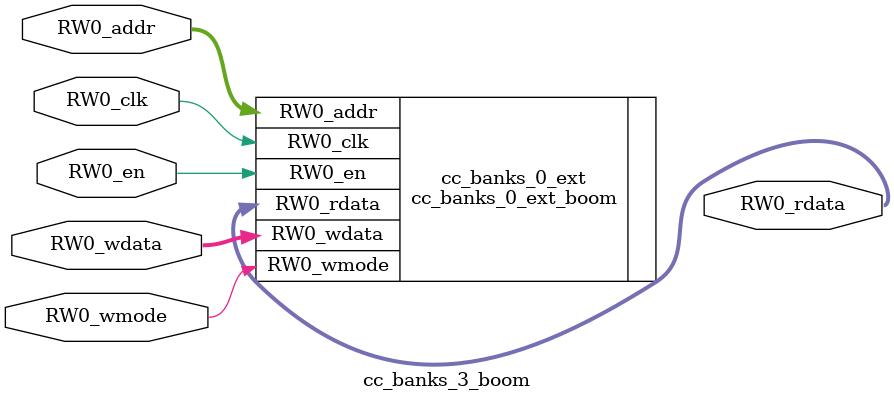
<source format=sv>
`ifndef RANDOMIZE
  `ifdef RANDOMIZE_REG_INIT
    `define RANDOMIZE
  `endif // RANDOMIZE_REG_INIT
`endif // not def RANDOMIZE
`ifndef RANDOMIZE
  `ifdef RANDOMIZE_MEM_INIT
    `define RANDOMIZE
  `endif // RANDOMIZE_MEM_INIT
`endif // not def RANDOMIZE

`ifndef RANDOM
  `define RANDOM $random
`endif // not def RANDOM

// Users can define 'PRINTF_COND' to add an extra gate to prints.
`ifndef PRINTF_COND_
  `ifdef PRINTF_COND
    `define PRINTF_COND_ (`PRINTF_COND)
  `else  // PRINTF_COND
    `define PRINTF_COND_ 1
  `endif // PRINTF_COND
`endif // not def PRINTF_COND_

// Users can define 'ASSERT_VERBOSE_COND' to add an extra gate to assert error printing.
`ifndef ASSERT_VERBOSE_COND_
  `ifdef ASSERT_VERBOSE_COND
    `define ASSERT_VERBOSE_COND_ (`ASSERT_VERBOSE_COND)
  `else  // ASSERT_VERBOSE_COND
    `define ASSERT_VERBOSE_COND_ 1
  `endif // ASSERT_VERBOSE_COND
`endif // not def ASSERT_VERBOSE_COND_

// Users can define 'STOP_COND' to add an extra gate to stop conditions.
`ifndef STOP_COND_
  `ifdef STOP_COND
    `define STOP_COND_ (`STOP_COND)
  `else  // STOP_COND
    `define STOP_COND_ 1
  `endif // STOP_COND
`endif // not def STOP_COND_

// Users can define INIT_RANDOM as general code that gets injected into the
// initializer block for modules with registers.
`ifndef INIT_RANDOM
  `define INIT_RANDOM
`endif // not def INIT_RANDOM

// If using random initialization, you can also define RANDOMIZE_DELAY to
// customize the delay used, otherwise 0.002 is used.
`ifndef RANDOMIZE_DELAY
  `define RANDOMIZE_DELAY 0.002
`endif // not def RANDOMIZE_DELAY

// Define INIT_RANDOM_PROLOG_ for use in our modules below.
`ifndef INIT_RANDOM_PROLOG_
  `ifdef RANDOMIZE
    `ifdef VERILATOR
      `define INIT_RANDOM_PROLOG_ `INIT_RANDOM
    `else  // VERILATOR
      `define INIT_RANDOM_PROLOG_ `INIT_RANDOM #`RANDOMIZE_DELAY begin end
    `endif // VERILATOR
  `else  // RANDOMIZE
    `define INIT_RANDOM_PROLOG_
  `endif // RANDOMIZE
`endif // not def INIT_RANDOM_PROLOG_

module cc_banks_3_boom(	// @[DescribedSRAM.scala:17:26]
  input  [13:0] RW0_addr,
  input         RW0_en,
                RW0_clk,
                RW0_wmode,
  input  [63:0] RW0_wdata,
  output [63:0] RW0_rdata
);

  cc_banks_0_ext_boom cc_banks_0_ext (	// @[DescribedSRAM.scala:17:26]
    .RW0_addr  (RW0_addr),
    .RW0_en    (RW0_en),
    .RW0_clk   (RW0_clk),
    .RW0_wmode (RW0_wmode),
    .RW0_wdata (RW0_wdata),
    .RW0_rdata (RW0_rdata)
  );
endmodule


</source>
